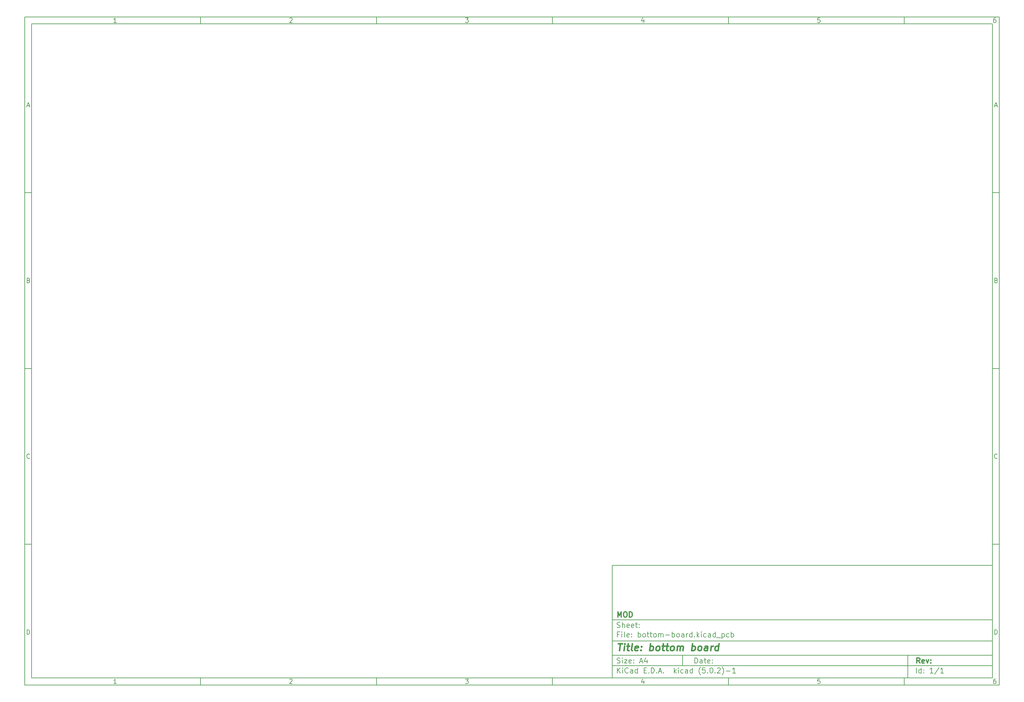
<source format=gbr>
G04 #@! TF.GenerationSoftware,KiCad,Pcbnew,(5.0.2)-1*
G04 #@! TF.CreationDate,2019-03-28T12:39:05+01:00*
G04 #@! TF.ProjectId,bottom-board,626f7474-6f6d-42d6-926f-6172642e6b69,rev?*
G04 #@! TF.SameCoordinates,PX48111b4PY15fd6c8*
G04 #@! TF.FileFunction,Other,Fab,Bot*
%FSLAX46Y46*%
G04 Gerber Fmt 4.6, Leading zero omitted, Abs format (unit mm)*
G04 Created by KiCad (PCBNEW (5.0.2)-1) date 28-3-2019 12:39:05*
%MOMM*%
%LPD*%
G01*
G04 APERTURE LIST*
%ADD10C,0.100000*%
%ADD11C,0.150000*%
%ADD12C,0.300000*%
%ADD13C,0.400000*%
G04 APERTURE END LIST*
D10*
D11*
X101434660Y-142949080D02*
X101434660Y-174949080D01*
X209434660Y-174949080D01*
X209434660Y-142949080D01*
X101434660Y-142949080D01*
D10*
D11*
X-65567540Y13058120D02*
X-65567540Y-176949080D01*
X211434660Y-176949080D01*
X211434660Y13058120D01*
X-65567540Y13058120D01*
D10*
D11*
X-63567540Y11058120D02*
X-63567540Y-174949080D01*
X209434660Y-174949080D01*
X209434660Y11058120D01*
X-63567540Y11058120D01*
D10*
D11*
X-15567540Y11058120D02*
X-15567540Y13058120D01*
D10*
D11*
X34432460Y11058120D02*
X34432460Y13058120D01*
D10*
D11*
X84432460Y11058120D02*
X84432460Y13058120D01*
D10*
D11*
X134432460Y11058120D02*
X134432460Y13058120D01*
D10*
D11*
X184432460Y11058120D02*
X184432460Y13058120D01*
D10*
D11*
X-39502064Y11470025D02*
X-40244921Y11470025D01*
X-39873493Y11470025D02*
X-39873493Y12770025D01*
X-39997302Y12584311D01*
X-40121112Y12460501D01*
X-40244921Y12398597D01*
D10*
D11*
X9755079Y12646216D02*
X9816983Y12708120D01*
X9940793Y12770025D01*
X10250317Y12770025D01*
X10374126Y12708120D01*
X10436031Y12646216D01*
X10497936Y12522406D01*
X10497936Y12398597D01*
X10436031Y12212882D01*
X9693174Y11470025D01*
X10497936Y11470025D01*
D10*
D11*
X59693174Y12770025D02*
X60497936Y12770025D01*
X60064602Y12274787D01*
X60250317Y12274787D01*
X60374126Y12212882D01*
X60436031Y12150978D01*
X60497936Y12027168D01*
X60497936Y11717644D01*
X60436031Y11593835D01*
X60374126Y11531930D01*
X60250317Y11470025D01*
X59878888Y11470025D01*
X59755079Y11531930D01*
X59693174Y11593835D01*
D10*
D11*
X110374126Y12336692D02*
X110374126Y11470025D01*
X110064602Y12831930D02*
X109755079Y11903359D01*
X110559840Y11903359D01*
D10*
D11*
X160436031Y12770025D02*
X159816983Y12770025D01*
X159755079Y12150978D01*
X159816983Y12212882D01*
X159940793Y12274787D01*
X160250317Y12274787D01*
X160374126Y12212882D01*
X160436031Y12150978D01*
X160497936Y12027168D01*
X160497936Y11717644D01*
X160436031Y11593835D01*
X160374126Y11531930D01*
X160250317Y11470025D01*
X159940793Y11470025D01*
X159816983Y11531930D01*
X159755079Y11593835D01*
D10*
D11*
X210374126Y12770025D02*
X210126507Y12770025D01*
X210002698Y12708120D01*
X209940793Y12646216D01*
X209816983Y12460501D01*
X209755079Y12212882D01*
X209755079Y11717644D01*
X209816983Y11593835D01*
X209878888Y11531930D01*
X210002698Y11470025D01*
X210250317Y11470025D01*
X210374126Y11531930D01*
X210436031Y11593835D01*
X210497936Y11717644D01*
X210497936Y12027168D01*
X210436031Y12150978D01*
X210374126Y12212882D01*
X210250317Y12274787D01*
X210002698Y12274787D01*
X209878888Y12212882D01*
X209816983Y12150978D01*
X209755079Y12027168D01*
D10*
D11*
X-15567540Y-174949080D02*
X-15567540Y-176949080D01*
D10*
D11*
X34432460Y-174949080D02*
X34432460Y-176949080D01*
D10*
D11*
X84432460Y-174949080D02*
X84432460Y-176949080D01*
D10*
D11*
X134432460Y-174949080D02*
X134432460Y-176949080D01*
D10*
D11*
X184432460Y-174949080D02*
X184432460Y-176949080D01*
D10*
D11*
X-39502064Y-176537175D02*
X-40244921Y-176537175D01*
X-39873493Y-176537175D02*
X-39873493Y-175237175D01*
X-39997302Y-175422889D01*
X-40121112Y-175546699D01*
X-40244921Y-175608603D01*
D10*
D11*
X9755079Y-175360984D02*
X9816983Y-175299080D01*
X9940793Y-175237175D01*
X10250317Y-175237175D01*
X10374126Y-175299080D01*
X10436031Y-175360984D01*
X10497936Y-175484794D01*
X10497936Y-175608603D01*
X10436031Y-175794318D01*
X9693174Y-176537175D01*
X10497936Y-176537175D01*
D10*
D11*
X59693174Y-175237175D02*
X60497936Y-175237175D01*
X60064602Y-175732413D01*
X60250317Y-175732413D01*
X60374126Y-175794318D01*
X60436031Y-175856222D01*
X60497936Y-175980032D01*
X60497936Y-176289556D01*
X60436031Y-176413365D01*
X60374126Y-176475270D01*
X60250317Y-176537175D01*
X59878888Y-176537175D01*
X59755079Y-176475270D01*
X59693174Y-176413365D01*
D10*
D11*
X110374126Y-175670508D02*
X110374126Y-176537175D01*
X110064602Y-175175270D02*
X109755079Y-176103841D01*
X110559840Y-176103841D01*
D10*
D11*
X160436031Y-175237175D02*
X159816983Y-175237175D01*
X159755079Y-175856222D01*
X159816983Y-175794318D01*
X159940793Y-175732413D01*
X160250317Y-175732413D01*
X160374126Y-175794318D01*
X160436031Y-175856222D01*
X160497936Y-175980032D01*
X160497936Y-176289556D01*
X160436031Y-176413365D01*
X160374126Y-176475270D01*
X160250317Y-176537175D01*
X159940793Y-176537175D01*
X159816983Y-176475270D01*
X159755079Y-176413365D01*
D10*
D11*
X210374126Y-175237175D02*
X210126507Y-175237175D01*
X210002698Y-175299080D01*
X209940793Y-175360984D01*
X209816983Y-175546699D01*
X209755079Y-175794318D01*
X209755079Y-176289556D01*
X209816983Y-176413365D01*
X209878888Y-176475270D01*
X210002698Y-176537175D01*
X210250317Y-176537175D01*
X210374126Y-176475270D01*
X210436031Y-176413365D01*
X210497936Y-176289556D01*
X210497936Y-175980032D01*
X210436031Y-175856222D01*
X210374126Y-175794318D01*
X210250317Y-175732413D01*
X210002698Y-175732413D01*
X209878888Y-175794318D01*
X209816983Y-175856222D01*
X209755079Y-175980032D01*
D10*
D11*
X-65567540Y-36941880D02*
X-63567540Y-36941880D01*
D10*
D11*
X-65567540Y-86941880D02*
X-63567540Y-86941880D01*
D10*
D11*
X-65567540Y-136941880D02*
X-63567540Y-136941880D01*
D10*
D11*
X-64877064Y-12158546D02*
X-64258017Y-12158546D01*
X-65000874Y-12529975D02*
X-64567540Y-11229975D01*
X-64134207Y-12529975D01*
D10*
D11*
X-64474683Y-61849022D02*
X-64288969Y-61910927D01*
X-64227064Y-61972832D01*
X-64165160Y-62096641D01*
X-64165160Y-62282356D01*
X-64227064Y-62406165D01*
X-64288969Y-62468070D01*
X-64412779Y-62529975D01*
X-64908017Y-62529975D01*
X-64908017Y-61229975D01*
X-64474683Y-61229975D01*
X-64350874Y-61291880D01*
X-64288969Y-61353784D01*
X-64227064Y-61477594D01*
X-64227064Y-61601403D01*
X-64288969Y-61725213D01*
X-64350874Y-61787118D01*
X-64474683Y-61849022D01*
X-64908017Y-61849022D01*
D10*
D11*
X-64165160Y-112406165D02*
X-64227064Y-112468070D01*
X-64412779Y-112529975D01*
X-64536588Y-112529975D01*
X-64722302Y-112468070D01*
X-64846112Y-112344260D01*
X-64908017Y-112220451D01*
X-64969921Y-111972832D01*
X-64969921Y-111787118D01*
X-64908017Y-111539499D01*
X-64846112Y-111415689D01*
X-64722302Y-111291880D01*
X-64536588Y-111229975D01*
X-64412779Y-111229975D01*
X-64227064Y-111291880D01*
X-64165160Y-111353784D01*
D10*
D11*
X-64908017Y-162529975D02*
X-64908017Y-161229975D01*
X-64598493Y-161229975D01*
X-64412779Y-161291880D01*
X-64288969Y-161415689D01*
X-64227064Y-161539499D01*
X-64165160Y-161787118D01*
X-64165160Y-161972832D01*
X-64227064Y-162220451D01*
X-64288969Y-162344260D01*
X-64412779Y-162468070D01*
X-64598493Y-162529975D01*
X-64908017Y-162529975D01*
D10*
D11*
X211434660Y-36941880D02*
X209434660Y-36941880D01*
D10*
D11*
X211434660Y-86941880D02*
X209434660Y-86941880D01*
D10*
D11*
X211434660Y-136941880D02*
X209434660Y-136941880D01*
D10*
D11*
X210125136Y-12158546D02*
X210744183Y-12158546D01*
X210001326Y-12529975D02*
X210434660Y-11229975D01*
X210867993Y-12529975D01*
D10*
D11*
X210527517Y-61849022D02*
X210713231Y-61910927D01*
X210775136Y-61972832D01*
X210837040Y-62096641D01*
X210837040Y-62282356D01*
X210775136Y-62406165D01*
X210713231Y-62468070D01*
X210589421Y-62529975D01*
X210094183Y-62529975D01*
X210094183Y-61229975D01*
X210527517Y-61229975D01*
X210651326Y-61291880D01*
X210713231Y-61353784D01*
X210775136Y-61477594D01*
X210775136Y-61601403D01*
X210713231Y-61725213D01*
X210651326Y-61787118D01*
X210527517Y-61849022D01*
X210094183Y-61849022D01*
D10*
D11*
X210837040Y-112406165D02*
X210775136Y-112468070D01*
X210589421Y-112529975D01*
X210465612Y-112529975D01*
X210279898Y-112468070D01*
X210156088Y-112344260D01*
X210094183Y-112220451D01*
X210032279Y-111972832D01*
X210032279Y-111787118D01*
X210094183Y-111539499D01*
X210156088Y-111415689D01*
X210279898Y-111291880D01*
X210465612Y-111229975D01*
X210589421Y-111229975D01*
X210775136Y-111291880D01*
X210837040Y-111353784D01*
D10*
D11*
X210094183Y-162529975D02*
X210094183Y-161229975D01*
X210403707Y-161229975D01*
X210589421Y-161291880D01*
X210713231Y-161415689D01*
X210775136Y-161539499D01*
X210837040Y-161787118D01*
X210837040Y-161972832D01*
X210775136Y-162220451D01*
X210713231Y-162344260D01*
X210589421Y-162468070D01*
X210403707Y-162529975D01*
X210094183Y-162529975D01*
D10*
D11*
X124866802Y-170727651D02*
X124866802Y-169227651D01*
X125223945Y-169227651D01*
X125438231Y-169299080D01*
X125581088Y-169441937D01*
X125652517Y-169584794D01*
X125723945Y-169870508D01*
X125723945Y-170084794D01*
X125652517Y-170370508D01*
X125581088Y-170513365D01*
X125438231Y-170656222D01*
X125223945Y-170727651D01*
X124866802Y-170727651D01*
X127009660Y-170727651D02*
X127009660Y-169941937D01*
X126938231Y-169799080D01*
X126795374Y-169727651D01*
X126509660Y-169727651D01*
X126366802Y-169799080D01*
X127009660Y-170656222D02*
X126866802Y-170727651D01*
X126509660Y-170727651D01*
X126366802Y-170656222D01*
X126295374Y-170513365D01*
X126295374Y-170370508D01*
X126366802Y-170227651D01*
X126509660Y-170156222D01*
X126866802Y-170156222D01*
X127009660Y-170084794D01*
X127509660Y-169727651D02*
X128081088Y-169727651D01*
X127723945Y-169227651D02*
X127723945Y-170513365D01*
X127795374Y-170656222D01*
X127938231Y-170727651D01*
X128081088Y-170727651D01*
X129152517Y-170656222D02*
X129009660Y-170727651D01*
X128723945Y-170727651D01*
X128581088Y-170656222D01*
X128509660Y-170513365D01*
X128509660Y-169941937D01*
X128581088Y-169799080D01*
X128723945Y-169727651D01*
X129009660Y-169727651D01*
X129152517Y-169799080D01*
X129223945Y-169941937D01*
X129223945Y-170084794D01*
X128509660Y-170227651D01*
X129866802Y-170584794D02*
X129938231Y-170656222D01*
X129866802Y-170727651D01*
X129795374Y-170656222D01*
X129866802Y-170584794D01*
X129866802Y-170727651D01*
X129866802Y-169799080D02*
X129938231Y-169870508D01*
X129866802Y-169941937D01*
X129795374Y-169870508D01*
X129866802Y-169799080D01*
X129866802Y-169941937D01*
D10*
D11*
X101434660Y-171449080D02*
X209434660Y-171449080D01*
D10*
D11*
X102866802Y-173527651D02*
X102866802Y-172027651D01*
X103723945Y-173527651D02*
X103081088Y-172670508D01*
X103723945Y-172027651D02*
X102866802Y-172884794D01*
X104366802Y-173527651D02*
X104366802Y-172527651D01*
X104366802Y-172027651D02*
X104295374Y-172099080D01*
X104366802Y-172170508D01*
X104438231Y-172099080D01*
X104366802Y-172027651D01*
X104366802Y-172170508D01*
X105938231Y-173384794D02*
X105866802Y-173456222D01*
X105652517Y-173527651D01*
X105509660Y-173527651D01*
X105295374Y-173456222D01*
X105152517Y-173313365D01*
X105081088Y-173170508D01*
X105009660Y-172884794D01*
X105009660Y-172670508D01*
X105081088Y-172384794D01*
X105152517Y-172241937D01*
X105295374Y-172099080D01*
X105509660Y-172027651D01*
X105652517Y-172027651D01*
X105866802Y-172099080D01*
X105938231Y-172170508D01*
X107223945Y-173527651D02*
X107223945Y-172741937D01*
X107152517Y-172599080D01*
X107009660Y-172527651D01*
X106723945Y-172527651D01*
X106581088Y-172599080D01*
X107223945Y-173456222D02*
X107081088Y-173527651D01*
X106723945Y-173527651D01*
X106581088Y-173456222D01*
X106509660Y-173313365D01*
X106509660Y-173170508D01*
X106581088Y-173027651D01*
X106723945Y-172956222D01*
X107081088Y-172956222D01*
X107223945Y-172884794D01*
X108581088Y-173527651D02*
X108581088Y-172027651D01*
X108581088Y-173456222D02*
X108438231Y-173527651D01*
X108152517Y-173527651D01*
X108009660Y-173456222D01*
X107938231Y-173384794D01*
X107866802Y-173241937D01*
X107866802Y-172813365D01*
X107938231Y-172670508D01*
X108009660Y-172599080D01*
X108152517Y-172527651D01*
X108438231Y-172527651D01*
X108581088Y-172599080D01*
X110438231Y-172741937D02*
X110938231Y-172741937D01*
X111152517Y-173527651D02*
X110438231Y-173527651D01*
X110438231Y-172027651D01*
X111152517Y-172027651D01*
X111795374Y-173384794D02*
X111866802Y-173456222D01*
X111795374Y-173527651D01*
X111723945Y-173456222D01*
X111795374Y-173384794D01*
X111795374Y-173527651D01*
X112509660Y-173527651D02*
X112509660Y-172027651D01*
X112866802Y-172027651D01*
X113081088Y-172099080D01*
X113223945Y-172241937D01*
X113295374Y-172384794D01*
X113366802Y-172670508D01*
X113366802Y-172884794D01*
X113295374Y-173170508D01*
X113223945Y-173313365D01*
X113081088Y-173456222D01*
X112866802Y-173527651D01*
X112509660Y-173527651D01*
X114009660Y-173384794D02*
X114081088Y-173456222D01*
X114009660Y-173527651D01*
X113938231Y-173456222D01*
X114009660Y-173384794D01*
X114009660Y-173527651D01*
X114652517Y-173099080D02*
X115366802Y-173099080D01*
X114509660Y-173527651D02*
X115009660Y-172027651D01*
X115509660Y-173527651D01*
X116009660Y-173384794D02*
X116081088Y-173456222D01*
X116009660Y-173527651D01*
X115938231Y-173456222D01*
X116009660Y-173384794D01*
X116009660Y-173527651D01*
X119009660Y-173527651D02*
X119009660Y-172027651D01*
X119152517Y-172956222D02*
X119581088Y-173527651D01*
X119581088Y-172527651D02*
X119009660Y-173099080D01*
X120223945Y-173527651D02*
X120223945Y-172527651D01*
X120223945Y-172027651D02*
X120152517Y-172099080D01*
X120223945Y-172170508D01*
X120295374Y-172099080D01*
X120223945Y-172027651D01*
X120223945Y-172170508D01*
X121581088Y-173456222D02*
X121438231Y-173527651D01*
X121152517Y-173527651D01*
X121009660Y-173456222D01*
X120938231Y-173384794D01*
X120866802Y-173241937D01*
X120866802Y-172813365D01*
X120938231Y-172670508D01*
X121009660Y-172599080D01*
X121152517Y-172527651D01*
X121438231Y-172527651D01*
X121581088Y-172599080D01*
X122866802Y-173527651D02*
X122866802Y-172741937D01*
X122795374Y-172599080D01*
X122652517Y-172527651D01*
X122366802Y-172527651D01*
X122223945Y-172599080D01*
X122866802Y-173456222D02*
X122723945Y-173527651D01*
X122366802Y-173527651D01*
X122223945Y-173456222D01*
X122152517Y-173313365D01*
X122152517Y-173170508D01*
X122223945Y-173027651D01*
X122366802Y-172956222D01*
X122723945Y-172956222D01*
X122866802Y-172884794D01*
X124223945Y-173527651D02*
X124223945Y-172027651D01*
X124223945Y-173456222D02*
X124081088Y-173527651D01*
X123795374Y-173527651D01*
X123652517Y-173456222D01*
X123581088Y-173384794D01*
X123509660Y-173241937D01*
X123509660Y-172813365D01*
X123581088Y-172670508D01*
X123652517Y-172599080D01*
X123795374Y-172527651D01*
X124081088Y-172527651D01*
X124223945Y-172599080D01*
X126509660Y-174099080D02*
X126438231Y-174027651D01*
X126295374Y-173813365D01*
X126223945Y-173670508D01*
X126152517Y-173456222D01*
X126081088Y-173099080D01*
X126081088Y-172813365D01*
X126152517Y-172456222D01*
X126223945Y-172241937D01*
X126295374Y-172099080D01*
X126438231Y-171884794D01*
X126509660Y-171813365D01*
X127795374Y-172027651D02*
X127081088Y-172027651D01*
X127009660Y-172741937D01*
X127081088Y-172670508D01*
X127223945Y-172599080D01*
X127581088Y-172599080D01*
X127723945Y-172670508D01*
X127795374Y-172741937D01*
X127866802Y-172884794D01*
X127866802Y-173241937D01*
X127795374Y-173384794D01*
X127723945Y-173456222D01*
X127581088Y-173527651D01*
X127223945Y-173527651D01*
X127081088Y-173456222D01*
X127009660Y-173384794D01*
X128509660Y-173384794D02*
X128581088Y-173456222D01*
X128509660Y-173527651D01*
X128438231Y-173456222D01*
X128509660Y-173384794D01*
X128509660Y-173527651D01*
X129509660Y-172027651D02*
X129652517Y-172027651D01*
X129795374Y-172099080D01*
X129866802Y-172170508D01*
X129938231Y-172313365D01*
X130009660Y-172599080D01*
X130009660Y-172956222D01*
X129938231Y-173241937D01*
X129866802Y-173384794D01*
X129795374Y-173456222D01*
X129652517Y-173527651D01*
X129509660Y-173527651D01*
X129366802Y-173456222D01*
X129295374Y-173384794D01*
X129223945Y-173241937D01*
X129152517Y-172956222D01*
X129152517Y-172599080D01*
X129223945Y-172313365D01*
X129295374Y-172170508D01*
X129366802Y-172099080D01*
X129509660Y-172027651D01*
X130652517Y-173384794D02*
X130723945Y-173456222D01*
X130652517Y-173527651D01*
X130581088Y-173456222D01*
X130652517Y-173384794D01*
X130652517Y-173527651D01*
X131295374Y-172170508D02*
X131366802Y-172099080D01*
X131509660Y-172027651D01*
X131866802Y-172027651D01*
X132009660Y-172099080D01*
X132081088Y-172170508D01*
X132152517Y-172313365D01*
X132152517Y-172456222D01*
X132081088Y-172670508D01*
X131223945Y-173527651D01*
X132152517Y-173527651D01*
X132652517Y-174099080D02*
X132723945Y-174027651D01*
X132866802Y-173813365D01*
X132938231Y-173670508D01*
X133009660Y-173456222D01*
X133081088Y-173099080D01*
X133081088Y-172813365D01*
X133009660Y-172456222D01*
X132938231Y-172241937D01*
X132866802Y-172099080D01*
X132723945Y-171884794D01*
X132652517Y-171813365D01*
X133795374Y-172956222D02*
X134938231Y-172956222D01*
X136438231Y-173527651D02*
X135581088Y-173527651D01*
X136009660Y-173527651D02*
X136009660Y-172027651D01*
X135866802Y-172241937D01*
X135723945Y-172384794D01*
X135581088Y-172456222D01*
D10*
D11*
X101434660Y-168449080D02*
X209434660Y-168449080D01*
D10*
D12*
X188843945Y-170727651D02*
X188343945Y-170013365D01*
X187986802Y-170727651D02*
X187986802Y-169227651D01*
X188558231Y-169227651D01*
X188701088Y-169299080D01*
X188772517Y-169370508D01*
X188843945Y-169513365D01*
X188843945Y-169727651D01*
X188772517Y-169870508D01*
X188701088Y-169941937D01*
X188558231Y-170013365D01*
X187986802Y-170013365D01*
X190058231Y-170656222D02*
X189915374Y-170727651D01*
X189629660Y-170727651D01*
X189486802Y-170656222D01*
X189415374Y-170513365D01*
X189415374Y-169941937D01*
X189486802Y-169799080D01*
X189629660Y-169727651D01*
X189915374Y-169727651D01*
X190058231Y-169799080D01*
X190129660Y-169941937D01*
X190129660Y-170084794D01*
X189415374Y-170227651D01*
X190629660Y-169727651D02*
X190986802Y-170727651D01*
X191343945Y-169727651D01*
X191915374Y-170584794D02*
X191986802Y-170656222D01*
X191915374Y-170727651D01*
X191843945Y-170656222D01*
X191915374Y-170584794D01*
X191915374Y-170727651D01*
X191915374Y-169799080D02*
X191986802Y-169870508D01*
X191915374Y-169941937D01*
X191843945Y-169870508D01*
X191915374Y-169799080D01*
X191915374Y-169941937D01*
D10*
D11*
X102795374Y-170656222D02*
X103009660Y-170727651D01*
X103366802Y-170727651D01*
X103509660Y-170656222D01*
X103581088Y-170584794D01*
X103652517Y-170441937D01*
X103652517Y-170299080D01*
X103581088Y-170156222D01*
X103509660Y-170084794D01*
X103366802Y-170013365D01*
X103081088Y-169941937D01*
X102938231Y-169870508D01*
X102866802Y-169799080D01*
X102795374Y-169656222D01*
X102795374Y-169513365D01*
X102866802Y-169370508D01*
X102938231Y-169299080D01*
X103081088Y-169227651D01*
X103438231Y-169227651D01*
X103652517Y-169299080D01*
X104295374Y-170727651D02*
X104295374Y-169727651D01*
X104295374Y-169227651D02*
X104223945Y-169299080D01*
X104295374Y-169370508D01*
X104366802Y-169299080D01*
X104295374Y-169227651D01*
X104295374Y-169370508D01*
X104866802Y-169727651D02*
X105652517Y-169727651D01*
X104866802Y-170727651D01*
X105652517Y-170727651D01*
X106795374Y-170656222D02*
X106652517Y-170727651D01*
X106366802Y-170727651D01*
X106223945Y-170656222D01*
X106152517Y-170513365D01*
X106152517Y-169941937D01*
X106223945Y-169799080D01*
X106366802Y-169727651D01*
X106652517Y-169727651D01*
X106795374Y-169799080D01*
X106866802Y-169941937D01*
X106866802Y-170084794D01*
X106152517Y-170227651D01*
X107509660Y-170584794D02*
X107581088Y-170656222D01*
X107509660Y-170727651D01*
X107438231Y-170656222D01*
X107509660Y-170584794D01*
X107509660Y-170727651D01*
X107509660Y-169799080D02*
X107581088Y-169870508D01*
X107509660Y-169941937D01*
X107438231Y-169870508D01*
X107509660Y-169799080D01*
X107509660Y-169941937D01*
X109295374Y-170299080D02*
X110009660Y-170299080D01*
X109152517Y-170727651D02*
X109652517Y-169227651D01*
X110152517Y-170727651D01*
X111295374Y-169727651D02*
X111295374Y-170727651D01*
X110938231Y-169156222D02*
X110581088Y-170227651D01*
X111509660Y-170227651D01*
D10*
D11*
X187866802Y-173527651D02*
X187866802Y-172027651D01*
X189223945Y-173527651D02*
X189223945Y-172027651D01*
X189223945Y-173456222D02*
X189081088Y-173527651D01*
X188795374Y-173527651D01*
X188652517Y-173456222D01*
X188581088Y-173384794D01*
X188509660Y-173241937D01*
X188509660Y-172813365D01*
X188581088Y-172670508D01*
X188652517Y-172599080D01*
X188795374Y-172527651D01*
X189081088Y-172527651D01*
X189223945Y-172599080D01*
X189938231Y-173384794D02*
X190009660Y-173456222D01*
X189938231Y-173527651D01*
X189866802Y-173456222D01*
X189938231Y-173384794D01*
X189938231Y-173527651D01*
X189938231Y-172599080D02*
X190009660Y-172670508D01*
X189938231Y-172741937D01*
X189866802Y-172670508D01*
X189938231Y-172599080D01*
X189938231Y-172741937D01*
X192581088Y-173527651D02*
X191723945Y-173527651D01*
X192152517Y-173527651D02*
X192152517Y-172027651D01*
X192009660Y-172241937D01*
X191866802Y-172384794D01*
X191723945Y-172456222D01*
X194295374Y-171956222D02*
X193009660Y-173884794D01*
X195581088Y-173527651D02*
X194723945Y-173527651D01*
X195152517Y-173527651D02*
X195152517Y-172027651D01*
X195009660Y-172241937D01*
X194866802Y-172384794D01*
X194723945Y-172456222D01*
D10*
D11*
X101434660Y-164449080D02*
X209434660Y-164449080D01*
D10*
D13*
X103147040Y-165153841D02*
X104289898Y-165153841D01*
X103468469Y-167153841D02*
X103718469Y-165153841D01*
X104706564Y-167153841D02*
X104873231Y-165820508D01*
X104956564Y-165153841D02*
X104849421Y-165249080D01*
X104932755Y-165344318D01*
X105039898Y-165249080D01*
X104956564Y-165153841D01*
X104932755Y-165344318D01*
X105539898Y-165820508D02*
X106301802Y-165820508D01*
X105908945Y-165153841D02*
X105694660Y-166868127D01*
X105766088Y-167058603D01*
X105944660Y-167153841D01*
X106135136Y-167153841D01*
X107087517Y-167153841D02*
X106908945Y-167058603D01*
X106837517Y-166868127D01*
X107051802Y-165153841D01*
X108623231Y-167058603D02*
X108420850Y-167153841D01*
X108039898Y-167153841D01*
X107861326Y-167058603D01*
X107789898Y-166868127D01*
X107885136Y-166106222D01*
X108004183Y-165915746D01*
X108206564Y-165820508D01*
X108587517Y-165820508D01*
X108766088Y-165915746D01*
X108837517Y-166106222D01*
X108813707Y-166296699D01*
X107837517Y-166487175D01*
X109587517Y-166963365D02*
X109670850Y-167058603D01*
X109563707Y-167153841D01*
X109480374Y-167058603D01*
X109587517Y-166963365D01*
X109563707Y-167153841D01*
X109718469Y-165915746D02*
X109801802Y-166010984D01*
X109694660Y-166106222D01*
X109611326Y-166010984D01*
X109718469Y-165915746D01*
X109694660Y-166106222D01*
X112039898Y-167153841D02*
X112289898Y-165153841D01*
X112194660Y-165915746D02*
X112397040Y-165820508D01*
X112777993Y-165820508D01*
X112956564Y-165915746D01*
X113039898Y-166010984D01*
X113111326Y-166201460D01*
X113039898Y-166772889D01*
X112920850Y-166963365D01*
X112813707Y-167058603D01*
X112611326Y-167153841D01*
X112230374Y-167153841D01*
X112051802Y-167058603D01*
X114135136Y-167153841D02*
X113956564Y-167058603D01*
X113873231Y-166963365D01*
X113801802Y-166772889D01*
X113873231Y-166201460D01*
X113992279Y-166010984D01*
X114099421Y-165915746D01*
X114301802Y-165820508D01*
X114587517Y-165820508D01*
X114766088Y-165915746D01*
X114849421Y-166010984D01*
X114920850Y-166201460D01*
X114849421Y-166772889D01*
X114730374Y-166963365D01*
X114623231Y-167058603D01*
X114420850Y-167153841D01*
X114135136Y-167153841D01*
X115539898Y-165820508D02*
X116301802Y-165820508D01*
X115908945Y-165153841D02*
X115694660Y-166868127D01*
X115766088Y-167058603D01*
X115944660Y-167153841D01*
X116135136Y-167153841D01*
X116682755Y-165820508D02*
X117444660Y-165820508D01*
X117051802Y-165153841D02*
X116837517Y-166868127D01*
X116908945Y-167058603D01*
X117087517Y-167153841D01*
X117277993Y-167153841D01*
X118230374Y-167153841D02*
X118051802Y-167058603D01*
X117968469Y-166963365D01*
X117897040Y-166772889D01*
X117968469Y-166201460D01*
X118087517Y-166010984D01*
X118194660Y-165915746D01*
X118397040Y-165820508D01*
X118682755Y-165820508D01*
X118861326Y-165915746D01*
X118944660Y-166010984D01*
X119016088Y-166201460D01*
X118944660Y-166772889D01*
X118825612Y-166963365D01*
X118718469Y-167058603D01*
X118516088Y-167153841D01*
X118230374Y-167153841D01*
X119754183Y-167153841D02*
X119920850Y-165820508D01*
X119897040Y-166010984D02*
X120004183Y-165915746D01*
X120206564Y-165820508D01*
X120492279Y-165820508D01*
X120670850Y-165915746D01*
X120742279Y-166106222D01*
X120611326Y-167153841D01*
X120742279Y-166106222D02*
X120861326Y-165915746D01*
X121063707Y-165820508D01*
X121349421Y-165820508D01*
X121527993Y-165915746D01*
X121599421Y-166106222D01*
X121468469Y-167153841D01*
X123944660Y-167153841D02*
X124194660Y-165153841D01*
X124099421Y-165915746D02*
X124301802Y-165820508D01*
X124682755Y-165820508D01*
X124861326Y-165915746D01*
X124944660Y-166010984D01*
X125016088Y-166201460D01*
X124944660Y-166772889D01*
X124825612Y-166963365D01*
X124718469Y-167058603D01*
X124516088Y-167153841D01*
X124135136Y-167153841D01*
X123956564Y-167058603D01*
X126039898Y-167153841D02*
X125861326Y-167058603D01*
X125777993Y-166963365D01*
X125706564Y-166772889D01*
X125777993Y-166201460D01*
X125897040Y-166010984D01*
X126004183Y-165915746D01*
X126206564Y-165820508D01*
X126492279Y-165820508D01*
X126670850Y-165915746D01*
X126754183Y-166010984D01*
X126825612Y-166201460D01*
X126754183Y-166772889D01*
X126635136Y-166963365D01*
X126527993Y-167058603D01*
X126325612Y-167153841D01*
X126039898Y-167153841D01*
X128420850Y-167153841D02*
X128551802Y-166106222D01*
X128480374Y-165915746D01*
X128301802Y-165820508D01*
X127920850Y-165820508D01*
X127718469Y-165915746D01*
X128432755Y-167058603D02*
X128230374Y-167153841D01*
X127754183Y-167153841D01*
X127575612Y-167058603D01*
X127504183Y-166868127D01*
X127527993Y-166677651D01*
X127647040Y-166487175D01*
X127849421Y-166391937D01*
X128325612Y-166391937D01*
X128527993Y-166296699D01*
X129373231Y-167153841D02*
X129539898Y-165820508D01*
X129492279Y-166201460D02*
X129611326Y-166010984D01*
X129718469Y-165915746D01*
X129920850Y-165820508D01*
X130111326Y-165820508D01*
X131468469Y-167153841D02*
X131718469Y-165153841D01*
X131480374Y-167058603D02*
X131277993Y-167153841D01*
X130897040Y-167153841D01*
X130718469Y-167058603D01*
X130635136Y-166963365D01*
X130563707Y-166772889D01*
X130635136Y-166201460D01*
X130754183Y-166010984D01*
X130861326Y-165915746D01*
X131063707Y-165820508D01*
X131444660Y-165820508D01*
X131623231Y-165915746D01*
D10*
D11*
X103366802Y-162541937D02*
X102866802Y-162541937D01*
X102866802Y-163327651D02*
X102866802Y-161827651D01*
X103581088Y-161827651D01*
X104152517Y-163327651D02*
X104152517Y-162327651D01*
X104152517Y-161827651D02*
X104081088Y-161899080D01*
X104152517Y-161970508D01*
X104223945Y-161899080D01*
X104152517Y-161827651D01*
X104152517Y-161970508D01*
X105081088Y-163327651D02*
X104938231Y-163256222D01*
X104866802Y-163113365D01*
X104866802Y-161827651D01*
X106223945Y-163256222D02*
X106081088Y-163327651D01*
X105795374Y-163327651D01*
X105652517Y-163256222D01*
X105581088Y-163113365D01*
X105581088Y-162541937D01*
X105652517Y-162399080D01*
X105795374Y-162327651D01*
X106081088Y-162327651D01*
X106223945Y-162399080D01*
X106295374Y-162541937D01*
X106295374Y-162684794D01*
X105581088Y-162827651D01*
X106938231Y-163184794D02*
X107009660Y-163256222D01*
X106938231Y-163327651D01*
X106866802Y-163256222D01*
X106938231Y-163184794D01*
X106938231Y-163327651D01*
X106938231Y-162399080D02*
X107009660Y-162470508D01*
X106938231Y-162541937D01*
X106866802Y-162470508D01*
X106938231Y-162399080D01*
X106938231Y-162541937D01*
X108795374Y-163327651D02*
X108795374Y-161827651D01*
X108795374Y-162399080D02*
X108938231Y-162327651D01*
X109223945Y-162327651D01*
X109366802Y-162399080D01*
X109438231Y-162470508D01*
X109509660Y-162613365D01*
X109509660Y-163041937D01*
X109438231Y-163184794D01*
X109366802Y-163256222D01*
X109223945Y-163327651D01*
X108938231Y-163327651D01*
X108795374Y-163256222D01*
X110366802Y-163327651D02*
X110223945Y-163256222D01*
X110152517Y-163184794D01*
X110081088Y-163041937D01*
X110081088Y-162613365D01*
X110152517Y-162470508D01*
X110223945Y-162399080D01*
X110366802Y-162327651D01*
X110581088Y-162327651D01*
X110723945Y-162399080D01*
X110795374Y-162470508D01*
X110866802Y-162613365D01*
X110866802Y-163041937D01*
X110795374Y-163184794D01*
X110723945Y-163256222D01*
X110581088Y-163327651D01*
X110366802Y-163327651D01*
X111295374Y-162327651D02*
X111866802Y-162327651D01*
X111509660Y-161827651D02*
X111509660Y-163113365D01*
X111581088Y-163256222D01*
X111723945Y-163327651D01*
X111866802Y-163327651D01*
X112152517Y-162327651D02*
X112723945Y-162327651D01*
X112366802Y-161827651D02*
X112366802Y-163113365D01*
X112438231Y-163256222D01*
X112581088Y-163327651D01*
X112723945Y-163327651D01*
X113438231Y-163327651D02*
X113295374Y-163256222D01*
X113223945Y-163184794D01*
X113152517Y-163041937D01*
X113152517Y-162613365D01*
X113223945Y-162470508D01*
X113295374Y-162399080D01*
X113438231Y-162327651D01*
X113652517Y-162327651D01*
X113795374Y-162399080D01*
X113866802Y-162470508D01*
X113938231Y-162613365D01*
X113938231Y-163041937D01*
X113866802Y-163184794D01*
X113795374Y-163256222D01*
X113652517Y-163327651D01*
X113438231Y-163327651D01*
X114581088Y-163327651D02*
X114581088Y-162327651D01*
X114581088Y-162470508D02*
X114652517Y-162399080D01*
X114795374Y-162327651D01*
X115009660Y-162327651D01*
X115152517Y-162399080D01*
X115223945Y-162541937D01*
X115223945Y-163327651D01*
X115223945Y-162541937D02*
X115295374Y-162399080D01*
X115438231Y-162327651D01*
X115652517Y-162327651D01*
X115795374Y-162399080D01*
X115866802Y-162541937D01*
X115866802Y-163327651D01*
X116581088Y-162756222D02*
X117723945Y-162756222D01*
X118438231Y-163327651D02*
X118438231Y-161827651D01*
X118438231Y-162399080D02*
X118581088Y-162327651D01*
X118866802Y-162327651D01*
X119009660Y-162399080D01*
X119081088Y-162470508D01*
X119152517Y-162613365D01*
X119152517Y-163041937D01*
X119081088Y-163184794D01*
X119009660Y-163256222D01*
X118866802Y-163327651D01*
X118581088Y-163327651D01*
X118438231Y-163256222D01*
X120009660Y-163327651D02*
X119866802Y-163256222D01*
X119795374Y-163184794D01*
X119723945Y-163041937D01*
X119723945Y-162613365D01*
X119795374Y-162470508D01*
X119866802Y-162399080D01*
X120009660Y-162327651D01*
X120223945Y-162327651D01*
X120366802Y-162399080D01*
X120438231Y-162470508D01*
X120509660Y-162613365D01*
X120509660Y-163041937D01*
X120438231Y-163184794D01*
X120366802Y-163256222D01*
X120223945Y-163327651D01*
X120009660Y-163327651D01*
X121795374Y-163327651D02*
X121795374Y-162541937D01*
X121723945Y-162399080D01*
X121581088Y-162327651D01*
X121295374Y-162327651D01*
X121152517Y-162399080D01*
X121795374Y-163256222D02*
X121652517Y-163327651D01*
X121295374Y-163327651D01*
X121152517Y-163256222D01*
X121081088Y-163113365D01*
X121081088Y-162970508D01*
X121152517Y-162827651D01*
X121295374Y-162756222D01*
X121652517Y-162756222D01*
X121795374Y-162684794D01*
X122509660Y-163327651D02*
X122509660Y-162327651D01*
X122509660Y-162613365D02*
X122581088Y-162470508D01*
X122652517Y-162399080D01*
X122795374Y-162327651D01*
X122938231Y-162327651D01*
X124081088Y-163327651D02*
X124081088Y-161827651D01*
X124081088Y-163256222D02*
X123938231Y-163327651D01*
X123652517Y-163327651D01*
X123509660Y-163256222D01*
X123438231Y-163184794D01*
X123366802Y-163041937D01*
X123366802Y-162613365D01*
X123438231Y-162470508D01*
X123509660Y-162399080D01*
X123652517Y-162327651D01*
X123938231Y-162327651D01*
X124081088Y-162399080D01*
X124795374Y-163184794D02*
X124866802Y-163256222D01*
X124795374Y-163327651D01*
X124723945Y-163256222D01*
X124795374Y-163184794D01*
X124795374Y-163327651D01*
X125509660Y-163327651D02*
X125509660Y-161827651D01*
X125652517Y-162756222D02*
X126081088Y-163327651D01*
X126081088Y-162327651D02*
X125509660Y-162899080D01*
X126723945Y-163327651D02*
X126723945Y-162327651D01*
X126723945Y-161827651D02*
X126652517Y-161899080D01*
X126723945Y-161970508D01*
X126795374Y-161899080D01*
X126723945Y-161827651D01*
X126723945Y-161970508D01*
X128081088Y-163256222D02*
X127938231Y-163327651D01*
X127652517Y-163327651D01*
X127509660Y-163256222D01*
X127438231Y-163184794D01*
X127366802Y-163041937D01*
X127366802Y-162613365D01*
X127438231Y-162470508D01*
X127509660Y-162399080D01*
X127652517Y-162327651D01*
X127938231Y-162327651D01*
X128081088Y-162399080D01*
X129366802Y-163327651D02*
X129366802Y-162541937D01*
X129295374Y-162399080D01*
X129152517Y-162327651D01*
X128866802Y-162327651D01*
X128723945Y-162399080D01*
X129366802Y-163256222D02*
X129223945Y-163327651D01*
X128866802Y-163327651D01*
X128723945Y-163256222D01*
X128652517Y-163113365D01*
X128652517Y-162970508D01*
X128723945Y-162827651D01*
X128866802Y-162756222D01*
X129223945Y-162756222D01*
X129366802Y-162684794D01*
X130723945Y-163327651D02*
X130723945Y-161827651D01*
X130723945Y-163256222D02*
X130581088Y-163327651D01*
X130295374Y-163327651D01*
X130152517Y-163256222D01*
X130081088Y-163184794D01*
X130009660Y-163041937D01*
X130009660Y-162613365D01*
X130081088Y-162470508D01*
X130152517Y-162399080D01*
X130295374Y-162327651D01*
X130581088Y-162327651D01*
X130723945Y-162399080D01*
X131081088Y-163470508D02*
X132223945Y-163470508D01*
X132581088Y-162327651D02*
X132581088Y-163827651D01*
X132581088Y-162399080D02*
X132723945Y-162327651D01*
X133009660Y-162327651D01*
X133152517Y-162399080D01*
X133223945Y-162470508D01*
X133295374Y-162613365D01*
X133295374Y-163041937D01*
X133223945Y-163184794D01*
X133152517Y-163256222D01*
X133009660Y-163327651D01*
X132723945Y-163327651D01*
X132581088Y-163256222D01*
X134581088Y-163256222D02*
X134438231Y-163327651D01*
X134152517Y-163327651D01*
X134009660Y-163256222D01*
X133938231Y-163184794D01*
X133866802Y-163041937D01*
X133866802Y-162613365D01*
X133938231Y-162470508D01*
X134009660Y-162399080D01*
X134152517Y-162327651D01*
X134438231Y-162327651D01*
X134581088Y-162399080D01*
X135223945Y-163327651D02*
X135223945Y-161827651D01*
X135223945Y-162399080D02*
X135366802Y-162327651D01*
X135652517Y-162327651D01*
X135795374Y-162399080D01*
X135866802Y-162470508D01*
X135938231Y-162613365D01*
X135938231Y-163041937D01*
X135866802Y-163184794D01*
X135795374Y-163256222D01*
X135652517Y-163327651D01*
X135366802Y-163327651D01*
X135223945Y-163256222D01*
D10*
D11*
X101434660Y-158449080D02*
X209434660Y-158449080D01*
D10*
D11*
X102795374Y-160556222D02*
X103009660Y-160627651D01*
X103366802Y-160627651D01*
X103509660Y-160556222D01*
X103581088Y-160484794D01*
X103652517Y-160341937D01*
X103652517Y-160199080D01*
X103581088Y-160056222D01*
X103509660Y-159984794D01*
X103366802Y-159913365D01*
X103081088Y-159841937D01*
X102938231Y-159770508D01*
X102866802Y-159699080D01*
X102795374Y-159556222D01*
X102795374Y-159413365D01*
X102866802Y-159270508D01*
X102938231Y-159199080D01*
X103081088Y-159127651D01*
X103438231Y-159127651D01*
X103652517Y-159199080D01*
X104295374Y-160627651D02*
X104295374Y-159127651D01*
X104938231Y-160627651D02*
X104938231Y-159841937D01*
X104866802Y-159699080D01*
X104723945Y-159627651D01*
X104509660Y-159627651D01*
X104366802Y-159699080D01*
X104295374Y-159770508D01*
X106223945Y-160556222D02*
X106081088Y-160627651D01*
X105795374Y-160627651D01*
X105652517Y-160556222D01*
X105581088Y-160413365D01*
X105581088Y-159841937D01*
X105652517Y-159699080D01*
X105795374Y-159627651D01*
X106081088Y-159627651D01*
X106223945Y-159699080D01*
X106295374Y-159841937D01*
X106295374Y-159984794D01*
X105581088Y-160127651D01*
X107509660Y-160556222D02*
X107366802Y-160627651D01*
X107081088Y-160627651D01*
X106938231Y-160556222D01*
X106866802Y-160413365D01*
X106866802Y-159841937D01*
X106938231Y-159699080D01*
X107081088Y-159627651D01*
X107366802Y-159627651D01*
X107509660Y-159699080D01*
X107581088Y-159841937D01*
X107581088Y-159984794D01*
X106866802Y-160127651D01*
X108009660Y-159627651D02*
X108581088Y-159627651D01*
X108223945Y-159127651D02*
X108223945Y-160413365D01*
X108295374Y-160556222D01*
X108438231Y-160627651D01*
X108581088Y-160627651D01*
X109081088Y-160484794D02*
X109152517Y-160556222D01*
X109081088Y-160627651D01*
X109009660Y-160556222D01*
X109081088Y-160484794D01*
X109081088Y-160627651D01*
X109081088Y-159699080D02*
X109152517Y-159770508D01*
X109081088Y-159841937D01*
X109009660Y-159770508D01*
X109081088Y-159699080D01*
X109081088Y-159841937D01*
D10*
D12*
X102986802Y-157627651D02*
X102986802Y-156127651D01*
X103486802Y-157199080D01*
X103986802Y-156127651D01*
X103986802Y-157627651D01*
X104986802Y-156127651D02*
X105272517Y-156127651D01*
X105415374Y-156199080D01*
X105558231Y-156341937D01*
X105629660Y-156627651D01*
X105629660Y-157127651D01*
X105558231Y-157413365D01*
X105415374Y-157556222D01*
X105272517Y-157627651D01*
X104986802Y-157627651D01*
X104843945Y-157556222D01*
X104701088Y-157413365D01*
X104629660Y-157127651D01*
X104629660Y-156627651D01*
X104701088Y-156341937D01*
X104843945Y-156199080D01*
X104986802Y-156127651D01*
X106272517Y-157627651D02*
X106272517Y-156127651D01*
X106629660Y-156127651D01*
X106843945Y-156199080D01*
X106986802Y-156341937D01*
X107058231Y-156484794D01*
X107129660Y-156770508D01*
X107129660Y-156984794D01*
X107058231Y-157270508D01*
X106986802Y-157413365D01*
X106843945Y-157556222D01*
X106629660Y-157627651D01*
X106272517Y-157627651D01*
D10*
D11*
X121434660Y-168449080D02*
X121434660Y-171449080D01*
D10*
D11*
X185434660Y-168449080D02*
X185434660Y-174949080D01*
M02*

</source>
